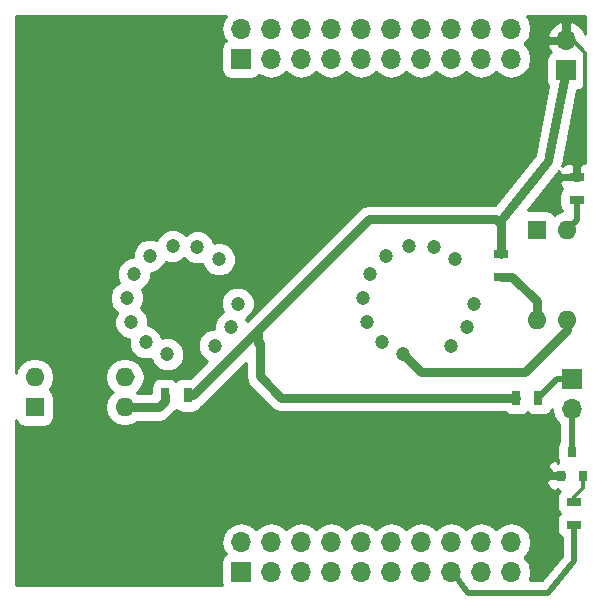
<source format=gbr>
G04 #@! TF.FileFunction,Copper,L2,Bot,Signal*
%FSLAX46Y46*%
G04 Gerber Fmt 4.6, Leading zero omitted, Abs format (unit mm)*
G04 Created by KiCad (PCBNEW 4.0.4-stable) date 11/20/17 14:55:23*
%MOMM*%
%LPD*%
G01*
G04 APERTURE LIST*
%ADD10C,0.100000*%
%ADD11C,1.200000*%
%ADD12R,1.700000X1.700000*%
%ADD13O,1.700000X1.700000*%
%ADD14R,1.600000X1.600000*%
%ADD15O,1.600000X1.600000*%
%ADD16R,1.300000X0.700000*%
%ADD17R,0.700000X1.300000*%
%ADD18R,0.800000X0.900000*%
%ADD19C,0.600000*%
%ADD20C,0.500000*%
%ADD21C,0.300000*%
%ADD22C,0.800000*%
%ADD23C,0.180000*%
%ADD24C,0.254000*%
G04 APERTURE END LIST*
D10*
D11*
X127743540Y-103811495D03*
X129119561Y-102228502D03*
X129692750Y-100238739D03*
X128105455Y-96477224D03*
X126274476Y-95480021D03*
X124183854Y-95371404D03*
X122256460Y-96188505D03*
X120876966Y-97751802D03*
X120307250Y-99761261D03*
X120671911Y-101829357D03*
X121894545Y-103522776D03*
X123725524Y-104519979D03*
X107743540Y-103811495D03*
X109119561Y-102228502D03*
X109692750Y-100238739D03*
X108105455Y-96477224D03*
X106274476Y-95480021D03*
X104183854Y-95371404D03*
X102256460Y-96188505D03*
X100876966Y-97751802D03*
X100307250Y-99761261D03*
X100671911Y-101829357D03*
X101894545Y-103522776D03*
X103725524Y-104519979D03*
D12*
X138000000Y-106600000D03*
D13*
X138000000Y-109140000D03*
D14*
X135000000Y-94000000D03*
D15*
X137540000Y-101620000D03*
X137540000Y-94000000D03*
X135000000Y-101620000D03*
D12*
X110000000Y-123000000D03*
D13*
X110000000Y-120460000D03*
X112540000Y-123000000D03*
X112540000Y-120460000D03*
X115080000Y-123000000D03*
X115080000Y-120460000D03*
X117620000Y-123000000D03*
X117620000Y-120460000D03*
X120160000Y-123000000D03*
X120160000Y-120460000D03*
X122700000Y-123000000D03*
X122700000Y-120460000D03*
X125240000Y-123000000D03*
X125240000Y-120460000D03*
X127780000Y-123000000D03*
X127780000Y-120460000D03*
X130320000Y-123000000D03*
X130320000Y-120460000D03*
X132860000Y-123000000D03*
X132860000Y-120460000D03*
D12*
X110000000Y-79500000D03*
D13*
X110000000Y-76960000D03*
X112540000Y-79500000D03*
X112540000Y-76960000D03*
X115080000Y-79500000D03*
X115080000Y-76960000D03*
X117620000Y-79500000D03*
X117620000Y-76960000D03*
X120160000Y-79500000D03*
X120160000Y-76960000D03*
X122700000Y-79500000D03*
X122700000Y-76960000D03*
X125240000Y-79500000D03*
X125240000Y-76960000D03*
X127780000Y-79500000D03*
X127780000Y-76960000D03*
X130320000Y-79500000D03*
X130320000Y-76960000D03*
X132860000Y-79500000D03*
X132860000Y-76960000D03*
D14*
X92500000Y-109000000D03*
D15*
X100120000Y-106460000D03*
X92500000Y-106460000D03*
X100120000Y-109000000D03*
D16*
X138400000Y-91450000D03*
X138400000Y-89550000D03*
D17*
X103550000Y-108000000D03*
X105450000Y-108000000D03*
D16*
X132000000Y-97950000D03*
X132000000Y-96050000D03*
D18*
X138950000Y-114800000D03*
X137050000Y-114800000D03*
X138000000Y-112800000D03*
D16*
X138200000Y-117050000D03*
X138200000Y-118950000D03*
D17*
X135150000Y-108200000D03*
X133250000Y-108200000D03*
D12*
X137500000Y-80500000D03*
D13*
X137500000Y-77960000D03*
D19*
X108000000Y-115200000D03*
X134800000Y-111800000D03*
X131000000Y-111800000D03*
X126950000Y-111750000D03*
X123000000Y-111800000D03*
X119100000Y-111800000D03*
X115100000Y-111800000D03*
X103300000Y-117800000D03*
X98700000Y-117800000D03*
X97600000Y-111600000D03*
X93200000Y-103500000D03*
X93400000Y-99500000D03*
X134000000Y-87400000D03*
X129500000Y-87400000D03*
X125600000Y-87300000D03*
X121200000Y-87500000D03*
X117400000Y-88600000D03*
X111800000Y-94400000D03*
X111000000Y-88900000D03*
X106500000Y-88900000D03*
X102600000Y-89000000D03*
X98500000Y-89300000D03*
X92800000Y-88000000D03*
D20*
X108000000Y-115200000D02*
X107800000Y-115400000D01*
X107800000Y-115400000D02*
X107800000Y-117800000D01*
D21*
X137050000Y-114800000D02*
X136600000Y-114800000D01*
X134800000Y-113000000D02*
X134800000Y-111800000D01*
X136600000Y-114800000D02*
X134800000Y-113000000D01*
X134800000Y-111800000D02*
X131000000Y-111800000D01*
X126950000Y-111750000D02*
X130950000Y-111750000D01*
X130950000Y-111750000D02*
X131000000Y-111800000D01*
X123000000Y-111800000D02*
X126900000Y-111800000D01*
X126900000Y-111800000D02*
X126950000Y-111750000D01*
X119100000Y-111800000D02*
X123000000Y-111800000D01*
X119100000Y-111800000D02*
X115100000Y-111800000D01*
X103300000Y-117800000D02*
X107800000Y-117800000D01*
X107800000Y-117800000D02*
X109100000Y-117800000D01*
X109100000Y-117800000D02*
X115100000Y-111800000D01*
X103300000Y-117800000D02*
X98700000Y-117800000D01*
X98700000Y-112700000D02*
X98700000Y-117800000D01*
X97600000Y-111600000D02*
X98700000Y-112700000D01*
X93400000Y-103300000D02*
X93400000Y-99500000D01*
X93200000Y-103500000D02*
X93400000Y-103300000D01*
X92800000Y-88000000D02*
X92800000Y-98900000D01*
X92800000Y-98900000D02*
X93400000Y-99500000D01*
X137500000Y-77960000D02*
X138060000Y-77960000D01*
X138060000Y-77960000D02*
X139100000Y-79000000D01*
X138400000Y-85800000D02*
X138400000Y-89550000D01*
X139100000Y-85100000D02*
X138400000Y-85800000D01*
X139100000Y-79000000D02*
X139100000Y-85100000D01*
X134000000Y-87400000D02*
X134000000Y-81700000D01*
X135940000Y-77960000D02*
X137500000Y-77960000D01*
X135300000Y-78600000D02*
X135940000Y-77960000D01*
X135300000Y-80400000D02*
X135300000Y-78600000D01*
X134000000Y-81700000D02*
X135300000Y-80400000D01*
X134000000Y-87400000D02*
X129500000Y-87400000D01*
X125600000Y-87300000D02*
X129400000Y-87300000D01*
X129400000Y-87300000D02*
X129500000Y-87400000D01*
X125400000Y-87500000D02*
X121200000Y-87500000D01*
X125600000Y-87300000D02*
X125400000Y-87500000D01*
X117000000Y-88900000D02*
X119800000Y-88900000D01*
X119800000Y-88900000D02*
X121200000Y-87500000D01*
D20*
X117400000Y-88600000D02*
X117100000Y-88900000D01*
X117100000Y-88900000D02*
X117000000Y-88900000D01*
D21*
X117000000Y-88900000D02*
X111000000Y-88900000D01*
D20*
X111000000Y-88900000D02*
X111400000Y-88900000D01*
X111400000Y-88900000D02*
X111800000Y-89300000D01*
X111800000Y-89300000D02*
X111800000Y-94400000D01*
D21*
X111000000Y-88900000D02*
X106500000Y-88900000D01*
X102600000Y-89000000D02*
X106400000Y-89000000D01*
X106400000Y-89000000D02*
X106500000Y-88900000D01*
X102300000Y-89300000D02*
X98500000Y-89300000D01*
X102600000Y-89000000D02*
X102300000Y-89300000D01*
X94100000Y-89300000D02*
X98500000Y-89300000D01*
X92800000Y-88000000D02*
X94100000Y-89300000D01*
D20*
X138400000Y-91450000D02*
X138400000Y-93140000D01*
X138400000Y-93140000D02*
X137540000Y-94000000D01*
D22*
X137540000Y-101620000D02*
X137540000Y-102460000D01*
X125205545Y-106000000D02*
X123725524Y-104519979D01*
X134000000Y-106000000D02*
X125205545Y-106000000D01*
X137540000Y-102460000D02*
X134000000Y-106000000D01*
X105450000Y-108000000D02*
X105900000Y-108000000D01*
X105900000Y-108000000D02*
X111400000Y-102500000D01*
X133250000Y-108200000D02*
X113400000Y-108200000D01*
X111600000Y-103600000D02*
X111400000Y-103600000D01*
X111600000Y-106400000D02*
X111600000Y-103600000D01*
X113400000Y-108200000D02*
X111600000Y-106400000D01*
X132000000Y-96050000D02*
X132000000Y-93500000D01*
X132000000Y-93500000D02*
X131600000Y-93100000D01*
X131600000Y-93100000D02*
X120800000Y-93100000D01*
X120800000Y-93100000D02*
X111400000Y-102500000D01*
X111400000Y-102500000D02*
X111400000Y-103600000D01*
X132000000Y-96050000D02*
X132000000Y-93200000D01*
X132000000Y-93200000D02*
X136000000Y-88200000D01*
X136000000Y-88200000D02*
X137500000Y-80500000D01*
D23*
X137500000Y-81000000D02*
X137500000Y-80500000D01*
D21*
X127780000Y-122500000D02*
X127780000Y-122780000D01*
D20*
X127780000Y-122780000D02*
X129200000Y-124700000D01*
X129200000Y-124700000D02*
X136000000Y-124700000D01*
X136000000Y-124700000D02*
X138200000Y-122000000D01*
X138200000Y-122000000D02*
X138200000Y-118950000D01*
X100120000Y-106460000D02*
X100730000Y-106460000D01*
D22*
X103550000Y-108000000D02*
X103550000Y-108450000D01*
X103550000Y-108450000D02*
X103000000Y-109000000D01*
X103000000Y-109000000D02*
X100120000Y-109000000D01*
X132000000Y-97950000D02*
X132950000Y-97950000D01*
X132950000Y-97950000D02*
X135000000Y-100000000D01*
X135000000Y-100000000D02*
X135000000Y-101620000D01*
D21*
X138200000Y-117050000D02*
X138200000Y-116600000D01*
X138950000Y-115850000D02*
X138950000Y-114800000D01*
X138200000Y-116600000D02*
X138950000Y-115850000D01*
D20*
X138000000Y-112800000D02*
X138000000Y-109140000D01*
X138000000Y-106600000D02*
X136750000Y-106600000D01*
X136750000Y-106600000D02*
X135150000Y-108200000D01*
D24*
G36*
X108443263Y-76282167D02*
X108315000Y-76926989D01*
X108315000Y-76993011D01*
X108443263Y-77637833D01*
X108665072Y-77969794D01*
X108556373Y-78039740D01*
X108365717Y-78318774D01*
X108298642Y-78650000D01*
X108298642Y-80350000D01*
X108356866Y-80659432D01*
X108539740Y-80943627D01*
X108818774Y-81134283D01*
X109150000Y-81201358D01*
X110850000Y-81201358D01*
X111159432Y-81143134D01*
X111443627Y-80960260D01*
X111524420Y-80842015D01*
X111895178Y-81089748D01*
X112540000Y-81218011D01*
X113184822Y-81089748D01*
X113731475Y-80724486D01*
X113810000Y-80606965D01*
X113888525Y-80724486D01*
X114435178Y-81089748D01*
X115080000Y-81218011D01*
X115724822Y-81089748D01*
X116271475Y-80724486D01*
X116350000Y-80606965D01*
X116428525Y-80724486D01*
X116975178Y-81089748D01*
X117620000Y-81218011D01*
X118264822Y-81089748D01*
X118811475Y-80724486D01*
X118890000Y-80606965D01*
X118968525Y-80724486D01*
X119515178Y-81089748D01*
X120160000Y-81218011D01*
X120804822Y-81089748D01*
X121351475Y-80724486D01*
X121430000Y-80606965D01*
X121508525Y-80724486D01*
X122055178Y-81089748D01*
X122700000Y-81218011D01*
X123344822Y-81089748D01*
X123891475Y-80724486D01*
X123970000Y-80606965D01*
X124048525Y-80724486D01*
X124595178Y-81089748D01*
X125240000Y-81218011D01*
X125884822Y-81089748D01*
X126431475Y-80724486D01*
X126510000Y-80606965D01*
X126588525Y-80724486D01*
X127135178Y-81089748D01*
X127780000Y-81218011D01*
X128424822Y-81089748D01*
X128971475Y-80724486D01*
X129050000Y-80606965D01*
X129128525Y-80724486D01*
X129675178Y-81089748D01*
X130320000Y-81218011D01*
X130964822Y-81089748D01*
X131511475Y-80724486D01*
X131590000Y-80606965D01*
X131668525Y-80724486D01*
X132215178Y-81089748D01*
X132860000Y-81218011D01*
X133504822Y-81089748D01*
X134051475Y-80724486D01*
X134416737Y-80177833D01*
X134545000Y-79533011D01*
X134545000Y-79466989D01*
X134416737Y-78822167D01*
X134051475Y-78275514D01*
X133983359Y-78230000D01*
X134051475Y-78184486D01*
X134416737Y-77637833D01*
X134449204Y-77474606D01*
X135886428Y-77474606D01*
X136041307Y-77733000D01*
X137273000Y-77733000D01*
X137273000Y-76499095D01*
X137014603Y-76346412D01*
X136434058Y-76654992D01*
X136015793Y-77162248D01*
X135886428Y-77474606D01*
X134449204Y-77474606D01*
X134545000Y-76993011D01*
X134545000Y-76926989D01*
X134416737Y-76282167D01*
X134168063Y-75910000D01*
X139090000Y-75910000D01*
X139090000Y-77417690D01*
X138984207Y-77162248D01*
X138565942Y-76654992D01*
X137985397Y-76346412D01*
X137727000Y-76499095D01*
X137727000Y-77733000D01*
X137747000Y-77733000D01*
X137747000Y-78187000D01*
X137727000Y-78187000D01*
X137727000Y-78207000D01*
X137273000Y-78207000D01*
X137273000Y-78187000D01*
X136041307Y-78187000D01*
X135886428Y-78445394D01*
X136015793Y-78757752D01*
X136181774Y-78959047D01*
X136056373Y-79039740D01*
X135865717Y-79318774D01*
X135798642Y-79650000D01*
X135798642Y-81350000D01*
X135856866Y-81659432D01*
X135978959Y-81849171D01*
X134845869Y-87665699D01*
X131486429Y-91865000D01*
X120800000Y-91865000D01*
X120327386Y-91959009D01*
X119926723Y-92226723D01*
X110453739Y-101699707D01*
X110375130Y-101509457D01*
X110504550Y-101455982D01*
X110908574Y-101052662D01*
X111127500Y-100525430D01*
X111127998Y-99954552D01*
X110909993Y-99426939D01*
X110506673Y-99022915D01*
X109979441Y-98803989D01*
X109408563Y-98803491D01*
X108880950Y-99021496D01*
X108476926Y-99424816D01*
X108258000Y-99952048D01*
X108257502Y-100522926D01*
X108437181Y-100957784D01*
X108307761Y-101011259D01*
X107903737Y-101414579D01*
X107684811Y-101941811D01*
X107684432Y-102376443D01*
X107459353Y-102376247D01*
X106931740Y-102594252D01*
X106527716Y-102997572D01*
X106308790Y-103524804D01*
X106308292Y-104095682D01*
X106526297Y-104623295D01*
X106929617Y-105027319D01*
X107068470Y-105084976D01*
X105654804Y-106498642D01*
X105100000Y-106498642D01*
X104790568Y-106556866D01*
X104506373Y-106739740D01*
X104499862Y-106749269D01*
X104231226Y-106565717D01*
X103900000Y-106498642D01*
X103200000Y-106498642D01*
X102890568Y-106556866D01*
X102606373Y-106739740D01*
X102415717Y-107018774D01*
X102348642Y-107350000D01*
X102348642Y-107765000D01*
X101190099Y-107765000D01*
X101137718Y-107730000D01*
X101308152Y-107616120D01*
X101662575Y-107085687D01*
X101692586Y-106934811D01*
X101732409Y-106875212D01*
X101815000Y-106460000D01*
X101732409Y-106044788D01*
X101692586Y-105985189D01*
X101662575Y-105834313D01*
X101308152Y-105303880D01*
X100777719Y-104949457D01*
X100152032Y-104825000D01*
X100087968Y-104825000D01*
X99462281Y-104949457D01*
X98931848Y-105303880D01*
X98577425Y-105834313D01*
X98452968Y-106460000D01*
X98577425Y-107085687D01*
X98931848Y-107616120D01*
X99102282Y-107730000D01*
X98931848Y-107843880D01*
X98577425Y-108374313D01*
X98452968Y-109000000D01*
X98577425Y-109625687D01*
X98931848Y-110156120D01*
X99462281Y-110510543D01*
X100087968Y-110635000D01*
X100152032Y-110635000D01*
X100777719Y-110510543D01*
X101190099Y-110235000D01*
X103000000Y-110235000D01*
X103472614Y-110140991D01*
X103873277Y-109873277D01*
X104423277Y-109323277D01*
X104444081Y-109292142D01*
X104493627Y-109260260D01*
X104500138Y-109250731D01*
X104768774Y-109434283D01*
X105100000Y-109501358D01*
X105800000Y-109501358D01*
X106109432Y-109443134D01*
X106393627Y-109260260D01*
X106561234Y-109014959D01*
X106773277Y-108873277D01*
X110365000Y-105281554D01*
X110365000Y-106400000D01*
X110459009Y-106872614D01*
X110726723Y-107273277D01*
X112526723Y-109073277D01*
X112927386Y-109340991D01*
X113400000Y-109435000D01*
X132284189Y-109435000D01*
X132289740Y-109443627D01*
X132568774Y-109634283D01*
X132900000Y-109701358D01*
X133600000Y-109701358D01*
X133909432Y-109643134D01*
X134193627Y-109460260D01*
X134200138Y-109450731D01*
X134468774Y-109634283D01*
X134800000Y-109701358D01*
X135500000Y-109701358D01*
X135809432Y-109643134D01*
X136093627Y-109460260D01*
X136284283Y-109181226D01*
X136287263Y-109166512D01*
X136410252Y-109784822D01*
X136775514Y-110331475D01*
X136915000Y-110424677D01*
X136915000Y-111873469D01*
X136815717Y-112018774D01*
X136748642Y-112350000D01*
X136748642Y-113250000D01*
X136806866Y-113559432D01*
X136822998Y-113584502D01*
X136822998Y-113696748D01*
X136641250Y-113515000D01*
X136483908Y-113515000D01*
X136177011Y-113642121D01*
X135942121Y-113877010D01*
X135815000Y-114183908D01*
X135815000Y-114366250D01*
X136023750Y-114575000D01*
X136850000Y-114575000D01*
X136850000Y-114553000D01*
X137250000Y-114553000D01*
X137250000Y-114575000D01*
X137297000Y-114575000D01*
X137297000Y-115025000D01*
X137250000Y-115025000D01*
X137250000Y-115047000D01*
X136850000Y-115047000D01*
X136850000Y-115025000D01*
X136023750Y-115025000D01*
X135815000Y-115233750D01*
X135815000Y-115416092D01*
X135942121Y-115722990D01*
X136177011Y-115957879D01*
X136483908Y-116085000D01*
X136641250Y-116085000D01*
X136822998Y-115903252D01*
X136822998Y-116085000D01*
X136963739Y-116085000D01*
X136956373Y-116089740D01*
X136765717Y-116368774D01*
X136698642Y-116700000D01*
X136698642Y-117400000D01*
X136756866Y-117709432D01*
X136939740Y-117993627D01*
X136949269Y-118000138D01*
X136765717Y-118268774D01*
X136698642Y-118600000D01*
X136698642Y-119300000D01*
X136756866Y-119609432D01*
X136939740Y-119893627D01*
X137115000Y-120013377D01*
X137115000Y-121613930D01*
X135484499Y-123615000D01*
X134429235Y-123615000D01*
X134545000Y-123033011D01*
X134545000Y-122966989D01*
X134416737Y-122322167D01*
X134051475Y-121775514D01*
X133983359Y-121730000D01*
X134051475Y-121684486D01*
X134416737Y-121137833D01*
X134545000Y-120493011D01*
X134545000Y-120426989D01*
X134416737Y-119782167D01*
X134051475Y-119235514D01*
X133504822Y-118870252D01*
X132860000Y-118741989D01*
X132215178Y-118870252D01*
X131668525Y-119235514D01*
X131590000Y-119353035D01*
X131511475Y-119235514D01*
X130964822Y-118870252D01*
X130320000Y-118741989D01*
X129675178Y-118870252D01*
X129128525Y-119235514D01*
X129050000Y-119353035D01*
X128971475Y-119235514D01*
X128424822Y-118870252D01*
X127780000Y-118741989D01*
X127135178Y-118870252D01*
X126588525Y-119235514D01*
X126510000Y-119353035D01*
X126431475Y-119235514D01*
X125884822Y-118870252D01*
X125240000Y-118741989D01*
X124595178Y-118870252D01*
X124048525Y-119235514D01*
X123970000Y-119353035D01*
X123891475Y-119235514D01*
X123344822Y-118870252D01*
X122700000Y-118741989D01*
X122055178Y-118870252D01*
X121508525Y-119235514D01*
X121430000Y-119353035D01*
X121351475Y-119235514D01*
X120804822Y-118870252D01*
X120160000Y-118741989D01*
X119515178Y-118870252D01*
X118968525Y-119235514D01*
X118890000Y-119353035D01*
X118811475Y-119235514D01*
X118264822Y-118870252D01*
X117620000Y-118741989D01*
X116975178Y-118870252D01*
X116428525Y-119235514D01*
X116350000Y-119353035D01*
X116271475Y-119235514D01*
X115724822Y-118870252D01*
X115080000Y-118741989D01*
X114435178Y-118870252D01*
X113888525Y-119235514D01*
X113810000Y-119353035D01*
X113731475Y-119235514D01*
X113184822Y-118870252D01*
X112540000Y-118741989D01*
X111895178Y-118870252D01*
X111348525Y-119235514D01*
X111270000Y-119353035D01*
X111191475Y-119235514D01*
X110644822Y-118870252D01*
X110000000Y-118741989D01*
X109355178Y-118870252D01*
X108808525Y-119235514D01*
X108443263Y-119782167D01*
X108315000Y-120426989D01*
X108315000Y-120493011D01*
X108443263Y-121137833D01*
X108665072Y-121469794D01*
X108556373Y-121539740D01*
X108365717Y-121818774D01*
X108298642Y-122150000D01*
X108298642Y-123850000D01*
X108343801Y-124090000D01*
X90910000Y-124090000D01*
X90910000Y-110114302D01*
X91089740Y-110393627D01*
X91368774Y-110584283D01*
X91700000Y-110651358D01*
X93300000Y-110651358D01*
X93609432Y-110593134D01*
X93893627Y-110410260D01*
X94084283Y-110131226D01*
X94151358Y-109800000D01*
X94151358Y-108200000D01*
X94093134Y-107890568D01*
X93910260Y-107606373D01*
X93762242Y-107505236D01*
X94042575Y-107085687D01*
X94167032Y-106460000D01*
X94042575Y-105834313D01*
X93688152Y-105303880D01*
X93157719Y-104949457D01*
X92532032Y-104825000D01*
X92467968Y-104825000D01*
X91842281Y-104949457D01*
X91311848Y-105303880D01*
X90957425Y-105834313D01*
X90910000Y-106072734D01*
X90910000Y-100045448D01*
X98872002Y-100045448D01*
X99090007Y-100573061D01*
X99493327Y-100977085D01*
X99494157Y-100977430D01*
X99456087Y-101015434D01*
X99237161Y-101542666D01*
X99236663Y-102113544D01*
X99454668Y-102641157D01*
X99857988Y-103045181D01*
X100385220Y-103264107D01*
X100459770Y-103264172D01*
X100459297Y-103806963D01*
X100677302Y-104334576D01*
X101080622Y-104738600D01*
X101607854Y-104957526D01*
X102178732Y-104958024D01*
X102328312Y-104896219D01*
X102508281Y-105331779D01*
X102911601Y-105735803D01*
X103438833Y-105954729D01*
X104009711Y-105955227D01*
X104537324Y-105737222D01*
X104941348Y-105333902D01*
X105160274Y-104806670D01*
X105160772Y-104235792D01*
X104942767Y-103708179D01*
X104539447Y-103304155D01*
X104012215Y-103085229D01*
X103441337Y-103084731D01*
X103291757Y-103146536D01*
X103111788Y-102710976D01*
X102708468Y-102306952D01*
X102181236Y-102088026D01*
X102106686Y-102087961D01*
X102107159Y-101545170D01*
X101889154Y-101017557D01*
X101485834Y-100613533D01*
X101485004Y-100613188D01*
X101523074Y-100575184D01*
X101742000Y-100047952D01*
X101742498Y-99477074D01*
X101555361Y-99024167D01*
X101688766Y-98969045D01*
X102092790Y-98565725D01*
X102311716Y-98038493D01*
X102312078Y-97623554D01*
X102540647Y-97623753D01*
X103068260Y-97405748D01*
X103472284Y-97002428D01*
X103604283Y-96684539D01*
X103897163Y-96806154D01*
X104468041Y-96806652D01*
X104995654Y-96588647D01*
X105174910Y-96409703D01*
X105460553Y-96695845D01*
X105987785Y-96914771D01*
X106558663Y-96915269D01*
X106708243Y-96853464D01*
X106888212Y-97289024D01*
X107291532Y-97693048D01*
X107818764Y-97911974D01*
X108389642Y-97912472D01*
X108917255Y-97694467D01*
X109321279Y-97291147D01*
X109540205Y-96763915D01*
X109540703Y-96193037D01*
X109322698Y-95665424D01*
X108919378Y-95261400D01*
X108392146Y-95042474D01*
X107821268Y-95041976D01*
X107671688Y-95103781D01*
X107491719Y-94668221D01*
X107088399Y-94264197D01*
X106561167Y-94045271D01*
X105990289Y-94044773D01*
X105462676Y-94262778D01*
X105283420Y-94441722D01*
X104997777Y-94155580D01*
X104470545Y-93936654D01*
X103899667Y-93936156D01*
X103372054Y-94154161D01*
X102968030Y-94557481D01*
X102836031Y-94875370D01*
X102543151Y-94753755D01*
X101972273Y-94753257D01*
X101444660Y-94971262D01*
X101040636Y-95374582D01*
X100821710Y-95901814D01*
X100821348Y-96316753D01*
X100592779Y-96316554D01*
X100065166Y-96534559D01*
X99661142Y-96937879D01*
X99442216Y-97465111D01*
X99441718Y-98035989D01*
X99628855Y-98488896D01*
X99495450Y-98544018D01*
X99091426Y-98947338D01*
X98872500Y-99474570D01*
X98872002Y-100045448D01*
X90910000Y-100045448D01*
X90910000Y-75910000D01*
X108691937Y-75910000D01*
X108443263Y-76282167D01*
X108443263Y-76282167D01*
G37*
X108443263Y-76282167D02*
X108315000Y-76926989D01*
X108315000Y-76993011D01*
X108443263Y-77637833D01*
X108665072Y-77969794D01*
X108556373Y-78039740D01*
X108365717Y-78318774D01*
X108298642Y-78650000D01*
X108298642Y-80350000D01*
X108356866Y-80659432D01*
X108539740Y-80943627D01*
X108818774Y-81134283D01*
X109150000Y-81201358D01*
X110850000Y-81201358D01*
X111159432Y-81143134D01*
X111443627Y-80960260D01*
X111524420Y-80842015D01*
X111895178Y-81089748D01*
X112540000Y-81218011D01*
X113184822Y-81089748D01*
X113731475Y-80724486D01*
X113810000Y-80606965D01*
X113888525Y-80724486D01*
X114435178Y-81089748D01*
X115080000Y-81218011D01*
X115724822Y-81089748D01*
X116271475Y-80724486D01*
X116350000Y-80606965D01*
X116428525Y-80724486D01*
X116975178Y-81089748D01*
X117620000Y-81218011D01*
X118264822Y-81089748D01*
X118811475Y-80724486D01*
X118890000Y-80606965D01*
X118968525Y-80724486D01*
X119515178Y-81089748D01*
X120160000Y-81218011D01*
X120804822Y-81089748D01*
X121351475Y-80724486D01*
X121430000Y-80606965D01*
X121508525Y-80724486D01*
X122055178Y-81089748D01*
X122700000Y-81218011D01*
X123344822Y-81089748D01*
X123891475Y-80724486D01*
X123970000Y-80606965D01*
X124048525Y-80724486D01*
X124595178Y-81089748D01*
X125240000Y-81218011D01*
X125884822Y-81089748D01*
X126431475Y-80724486D01*
X126510000Y-80606965D01*
X126588525Y-80724486D01*
X127135178Y-81089748D01*
X127780000Y-81218011D01*
X128424822Y-81089748D01*
X128971475Y-80724486D01*
X129050000Y-80606965D01*
X129128525Y-80724486D01*
X129675178Y-81089748D01*
X130320000Y-81218011D01*
X130964822Y-81089748D01*
X131511475Y-80724486D01*
X131590000Y-80606965D01*
X131668525Y-80724486D01*
X132215178Y-81089748D01*
X132860000Y-81218011D01*
X133504822Y-81089748D01*
X134051475Y-80724486D01*
X134416737Y-80177833D01*
X134545000Y-79533011D01*
X134545000Y-79466989D01*
X134416737Y-78822167D01*
X134051475Y-78275514D01*
X133983359Y-78230000D01*
X134051475Y-78184486D01*
X134416737Y-77637833D01*
X134449204Y-77474606D01*
X135886428Y-77474606D01*
X136041307Y-77733000D01*
X137273000Y-77733000D01*
X137273000Y-76499095D01*
X137014603Y-76346412D01*
X136434058Y-76654992D01*
X136015793Y-77162248D01*
X135886428Y-77474606D01*
X134449204Y-77474606D01*
X134545000Y-76993011D01*
X134545000Y-76926989D01*
X134416737Y-76282167D01*
X134168063Y-75910000D01*
X139090000Y-75910000D01*
X139090000Y-77417690D01*
X138984207Y-77162248D01*
X138565942Y-76654992D01*
X137985397Y-76346412D01*
X137727000Y-76499095D01*
X137727000Y-77733000D01*
X137747000Y-77733000D01*
X137747000Y-78187000D01*
X137727000Y-78187000D01*
X137727000Y-78207000D01*
X137273000Y-78207000D01*
X137273000Y-78187000D01*
X136041307Y-78187000D01*
X135886428Y-78445394D01*
X136015793Y-78757752D01*
X136181774Y-78959047D01*
X136056373Y-79039740D01*
X135865717Y-79318774D01*
X135798642Y-79650000D01*
X135798642Y-81350000D01*
X135856866Y-81659432D01*
X135978959Y-81849171D01*
X134845869Y-87665699D01*
X131486429Y-91865000D01*
X120800000Y-91865000D01*
X120327386Y-91959009D01*
X119926723Y-92226723D01*
X110453739Y-101699707D01*
X110375130Y-101509457D01*
X110504550Y-101455982D01*
X110908574Y-101052662D01*
X111127500Y-100525430D01*
X111127998Y-99954552D01*
X110909993Y-99426939D01*
X110506673Y-99022915D01*
X109979441Y-98803989D01*
X109408563Y-98803491D01*
X108880950Y-99021496D01*
X108476926Y-99424816D01*
X108258000Y-99952048D01*
X108257502Y-100522926D01*
X108437181Y-100957784D01*
X108307761Y-101011259D01*
X107903737Y-101414579D01*
X107684811Y-101941811D01*
X107684432Y-102376443D01*
X107459353Y-102376247D01*
X106931740Y-102594252D01*
X106527716Y-102997572D01*
X106308790Y-103524804D01*
X106308292Y-104095682D01*
X106526297Y-104623295D01*
X106929617Y-105027319D01*
X107068470Y-105084976D01*
X105654804Y-106498642D01*
X105100000Y-106498642D01*
X104790568Y-106556866D01*
X104506373Y-106739740D01*
X104499862Y-106749269D01*
X104231226Y-106565717D01*
X103900000Y-106498642D01*
X103200000Y-106498642D01*
X102890568Y-106556866D01*
X102606373Y-106739740D01*
X102415717Y-107018774D01*
X102348642Y-107350000D01*
X102348642Y-107765000D01*
X101190099Y-107765000D01*
X101137718Y-107730000D01*
X101308152Y-107616120D01*
X101662575Y-107085687D01*
X101692586Y-106934811D01*
X101732409Y-106875212D01*
X101815000Y-106460000D01*
X101732409Y-106044788D01*
X101692586Y-105985189D01*
X101662575Y-105834313D01*
X101308152Y-105303880D01*
X100777719Y-104949457D01*
X100152032Y-104825000D01*
X100087968Y-104825000D01*
X99462281Y-104949457D01*
X98931848Y-105303880D01*
X98577425Y-105834313D01*
X98452968Y-106460000D01*
X98577425Y-107085687D01*
X98931848Y-107616120D01*
X99102282Y-107730000D01*
X98931848Y-107843880D01*
X98577425Y-108374313D01*
X98452968Y-109000000D01*
X98577425Y-109625687D01*
X98931848Y-110156120D01*
X99462281Y-110510543D01*
X100087968Y-110635000D01*
X100152032Y-110635000D01*
X100777719Y-110510543D01*
X101190099Y-110235000D01*
X103000000Y-110235000D01*
X103472614Y-110140991D01*
X103873277Y-109873277D01*
X104423277Y-109323277D01*
X104444081Y-109292142D01*
X104493627Y-109260260D01*
X104500138Y-109250731D01*
X104768774Y-109434283D01*
X105100000Y-109501358D01*
X105800000Y-109501358D01*
X106109432Y-109443134D01*
X106393627Y-109260260D01*
X106561234Y-109014959D01*
X106773277Y-108873277D01*
X110365000Y-105281554D01*
X110365000Y-106400000D01*
X110459009Y-106872614D01*
X110726723Y-107273277D01*
X112526723Y-109073277D01*
X112927386Y-109340991D01*
X113400000Y-109435000D01*
X132284189Y-109435000D01*
X132289740Y-109443627D01*
X132568774Y-109634283D01*
X132900000Y-109701358D01*
X133600000Y-109701358D01*
X133909432Y-109643134D01*
X134193627Y-109460260D01*
X134200138Y-109450731D01*
X134468774Y-109634283D01*
X134800000Y-109701358D01*
X135500000Y-109701358D01*
X135809432Y-109643134D01*
X136093627Y-109460260D01*
X136284283Y-109181226D01*
X136287263Y-109166512D01*
X136410252Y-109784822D01*
X136775514Y-110331475D01*
X136915000Y-110424677D01*
X136915000Y-111873469D01*
X136815717Y-112018774D01*
X136748642Y-112350000D01*
X136748642Y-113250000D01*
X136806866Y-113559432D01*
X136822998Y-113584502D01*
X136822998Y-113696748D01*
X136641250Y-113515000D01*
X136483908Y-113515000D01*
X136177011Y-113642121D01*
X135942121Y-113877010D01*
X135815000Y-114183908D01*
X135815000Y-114366250D01*
X136023750Y-114575000D01*
X136850000Y-114575000D01*
X136850000Y-114553000D01*
X137250000Y-114553000D01*
X137250000Y-114575000D01*
X137297000Y-114575000D01*
X137297000Y-115025000D01*
X137250000Y-115025000D01*
X137250000Y-115047000D01*
X136850000Y-115047000D01*
X136850000Y-115025000D01*
X136023750Y-115025000D01*
X135815000Y-115233750D01*
X135815000Y-115416092D01*
X135942121Y-115722990D01*
X136177011Y-115957879D01*
X136483908Y-116085000D01*
X136641250Y-116085000D01*
X136822998Y-115903252D01*
X136822998Y-116085000D01*
X136963739Y-116085000D01*
X136956373Y-116089740D01*
X136765717Y-116368774D01*
X136698642Y-116700000D01*
X136698642Y-117400000D01*
X136756866Y-117709432D01*
X136939740Y-117993627D01*
X136949269Y-118000138D01*
X136765717Y-118268774D01*
X136698642Y-118600000D01*
X136698642Y-119300000D01*
X136756866Y-119609432D01*
X136939740Y-119893627D01*
X137115000Y-120013377D01*
X137115000Y-121613930D01*
X135484499Y-123615000D01*
X134429235Y-123615000D01*
X134545000Y-123033011D01*
X134545000Y-122966989D01*
X134416737Y-122322167D01*
X134051475Y-121775514D01*
X133983359Y-121730000D01*
X134051475Y-121684486D01*
X134416737Y-121137833D01*
X134545000Y-120493011D01*
X134545000Y-120426989D01*
X134416737Y-119782167D01*
X134051475Y-119235514D01*
X133504822Y-118870252D01*
X132860000Y-118741989D01*
X132215178Y-118870252D01*
X131668525Y-119235514D01*
X131590000Y-119353035D01*
X131511475Y-119235514D01*
X130964822Y-118870252D01*
X130320000Y-118741989D01*
X129675178Y-118870252D01*
X129128525Y-119235514D01*
X129050000Y-119353035D01*
X128971475Y-119235514D01*
X128424822Y-118870252D01*
X127780000Y-118741989D01*
X127135178Y-118870252D01*
X126588525Y-119235514D01*
X126510000Y-119353035D01*
X126431475Y-119235514D01*
X125884822Y-118870252D01*
X125240000Y-118741989D01*
X124595178Y-118870252D01*
X124048525Y-119235514D01*
X123970000Y-119353035D01*
X123891475Y-119235514D01*
X123344822Y-118870252D01*
X122700000Y-118741989D01*
X122055178Y-118870252D01*
X121508525Y-119235514D01*
X121430000Y-119353035D01*
X121351475Y-119235514D01*
X120804822Y-118870252D01*
X120160000Y-118741989D01*
X119515178Y-118870252D01*
X118968525Y-119235514D01*
X118890000Y-119353035D01*
X118811475Y-119235514D01*
X118264822Y-118870252D01*
X117620000Y-118741989D01*
X116975178Y-118870252D01*
X116428525Y-119235514D01*
X116350000Y-119353035D01*
X116271475Y-119235514D01*
X115724822Y-118870252D01*
X115080000Y-118741989D01*
X114435178Y-118870252D01*
X113888525Y-119235514D01*
X113810000Y-119353035D01*
X113731475Y-119235514D01*
X113184822Y-118870252D01*
X112540000Y-118741989D01*
X111895178Y-118870252D01*
X111348525Y-119235514D01*
X111270000Y-119353035D01*
X111191475Y-119235514D01*
X110644822Y-118870252D01*
X110000000Y-118741989D01*
X109355178Y-118870252D01*
X108808525Y-119235514D01*
X108443263Y-119782167D01*
X108315000Y-120426989D01*
X108315000Y-120493011D01*
X108443263Y-121137833D01*
X108665072Y-121469794D01*
X108556373Y-121539740D01*
X108365717Y-121818774D01*
X108298642Y-122150000D01*
X108298642Y-123850000D01*
X108343801Y-124090000D01*
X90910000Y-124090000D01*
X90910000Y-110114302D01*
X91089740Y-110393627D01*
X91368774Y-110584283D01*
X91700000Y-110651358D01*
X93300000Y-110651358D01*
X93609432Y-110593134D01*
X93893627Y-110410260D01*
X94084283Y-110131226D01*
X94151358Y-109800000D01*
X94151358Y-108200000D01*
X94093134Y-107890568D01*
X93910260Y-107606373D01*
X93762242Y-107505236D01*
X94042575Y-107085687D01*
X94167032Y-106460000D01*
X94042575Y-105834313D01*
X93688152Y-105303880D01*
X93157719Y-104949457D01*
X92532032Y-104825000D01*
X92467968Y-104825000D01*
X91842281Y-104949457D01*
X91311848Y-105303880D01*
X90957425Y-105834313D01*
X90910000Y-106072734D01*
X90910000Y-100045448D01*
X98872002Y-100045448D01*
X99090007Y-100573061D01*
X99493327Y-100977085D01*
X99494157Y-100977430D01*
X99456087Y-101015434D01*
X99237161Y-101542666D01*
X99236663Y-102113544D01*
X99454668Y-102641157D01*
X99857988Y-103045181D01*
X100385220Y-103264107D01*
X100459770Y-103264172D01*
X100459297Y-103806963D01*
X100677302Y-104334576D01*
X101080622Y-104738600D01*
X101607854Y-104957526D01*
X102178732Y-104958024D01*
X102328312Y-104896219D01*
X102508281Y-105331779D01*
X102911601Y-105735803D01*
X103438833Y-105954729D01*
X104009711Y-105955227D01*
X104537324Y-105737222D01*
X104941348Y-105333902D01*
X105160274Y-104806670D01*
X105160772Y-104235792D01*
X104942767Y-103708179D01*
X104539447Y-103304155D01*
X104012215Y-103085229D01*
X103441337Y-103084731D01*
X103291757Y-103146536D01*
X103111788Y-102710976D01*
X102708468Y-102306952D01*
X102181236Y-102088026D01*
X102106686Y-102087961D01*
X102107159Y-101545170D01*
X101889154Y-101017557D01*
X101485834Y-100613533D01*
X101485004Y-100613188D01*
X101523074Y-100575184D01*
X101742000Y-100047952D01*
X101742498Y-99477074D01*
X101555361Y-99024167D01*
X101688766Y-98969045D01*
X102092790Y-98565725D01*
X102311716Y-98038493D01*
X102312078Y-97623554D01*
X102540647Y-97623753D01*
X103068260Y-97405748D01*
X103472284Y-97002428D01*
X103604283Y-96684539D01*
X103897163Y-96806154D01*
X104468041Y-96806652D01*
X104995654Y-96588647D01*
X105174910Y-96409703D01*
X105460553Y-96695845D01*
X105987785Y-96914771D01*
X106558663Y-96915269D01*
X106708243Y-96853464D01*
X106888212Y-97289024D01*
X107291532Y-97693048D01*
X107818764Y-97911974D01*
X108389642Y-97912472D01*
X108917255Y-97694467D01*
X109321279Y-97291147D01*
X109540205Y-96763915D01*
X109540703Y-96193037D01*
X109322698Y-95665424D01*
X108919378Y-95261400D01*
X108392146Y-95042474D01*
X107821268Y-95041976D01*
X107671688Y-95103781D01*
X107491719Y-94668221D01*
X107088399Y-94264197D01*
X106561167Y-94045271D01*
X105990289Y-94044773D01*
X105462676Y-94262778D01*
X105283420Y-94441722D01*
X104997777Y-94155580D01*
X104470545Y-93936654D01*
X103899667Y-93936156D01*
X103372054Y-94154161D01*
X102968030Y-94557481D01*
X102836031Y-94875370D01*
X102543151Y-94753755D01*
X101972273Y-94753257D01*
X101444660Y-94971262D01*
X101040636Y-95374582D01*
X100821710Y-95901814D01*
X100821348Y-96316753D01*
X100592779Y-96316554D01*
X100065166Y-96534559D01*
X99661142Y-96937879D01*
X99442216Y-97465111D01*
X99441718Y-98035989D01*
X99628855Y-98488896D01*
X99495450Y-98544018D01*
X99091426Y-98947338D01*
X98872500Y-99474570D01*
X98872002Y-100045448D01*
X90910000Y-100045448D01*
X90910000Y-75910000D01*
X108691937Y-75910000D01*
X108443263Y-76282167D01*
G36*
X139090000Y-88365000D02*
X138835750Y-88365000D01*
X138627000Y-88573750D01*
X138627000Y-89375000D01*
X138647000Y-89375000D01*
X138647000Y-89725000D01*
X138627000Y-89725000D01*
X138627000Y-89797000D01*
X138173000Y-89797000D01*
X138173000Y-89725000D01*
X137123750Y-89725000D01*
X136915000Y-89933750D01*
X136915000Y-90066092D01*
X137042121Y-90372990D01*
X137157893Y-90488762D01*
X137156373Y-90489740D01*
X136965717Y-90768774D01*
X136898642Y-91100000D01*
X136898642Y-91800000D01*
X136956866Y-92109432D01*
X137139740Y-92393627D01*
X137161230Y-92408310D01*
X136914313Y-92457425D01*
X136494792Y-92737739D01*
X136410260Y-92606373D01*
X136131226Y-92415717D01*
X135800000Y-92348642D01*
X134262658Y-92348642D01*
X136915595Y-89032471D01*
X136915000Y-89033908D01*
X136915000Y-89166250D01*
X137123750Y-89375000D01*
X138173000Y-89375000D01*
X138173000Y-88573750D01*
X137964250Y-88365000D01*
X137583908Y-88365000D01*
X137277011Y-88492121D01*
X137143975Y-88625157D01*
X137186204Y-88543722D01*
X137190995Y-88487948D01*
X137212213Y-88436145D01*
X138429704Y-82186361D01*
X138659432Y-82143134D01*
X138943627Y-81960260D01*
X139090000Y-81746036D01*
X139090000Y-88365000D01*
X139090000Y-88365000D01*
G37*
X139090000Y-88365000D02*
X138835750Y-88365000D01*
X138627000Y-88573750D01*
X138627000Y-89375000D01*
X138647000Y-89375000D01*
X138647000Y-89725000D01*
X138627000Y-89725000D01*
X138627000Y-89797000D01*
X138173000Y-89797000D01*
X138173000Y-89725000D01*
X137123750Y-89725000D01*
X136915000Y-89933750D01*
X136915000Y-90066092D01*
X137042121Y-90372990D01*
X137157893Y-90488762D01*
X137156373Y-90489740D01*
X136965717Y-90768774D01*
X136898642Y-91100000D01*
X136898642Y-91800000D01*
X136956866Y-92109432D01*
X137139740Y-92393627D01*
X137161230Y-92408310D01*
X136914313Y-92457425D01*
X136494792Y-92737739D01*
X136410260Y-92606373D01*
X136131226Y-92415717D01*
X135800000Y-92348642D01*
X134262658Y-92348642D01*
X136915595Y-89032471D01*
X136915000Y-89033908D01*
X136915000Y-89166250D01*
X137123750Y-89375000D01*
X138173000Y-89375000D01*
X138173000Y-88573750D01*
X137964250Y-88365000D01*
X137583908Y-88365000D01*
X137277011Y-88492121D01*
X137143975Y-88625157D01*
X137186204Y-88543722D01*
X137190995Y-88487948D01*
X137212213Y-88436145D01*
X138429704Y-82186361D01*
X138659432Y-82143134D01*
X138943627Y-81960260D01*
X139090000Y-81746036D01*
X139090000Y-88365000D01*
M02*

</source>
